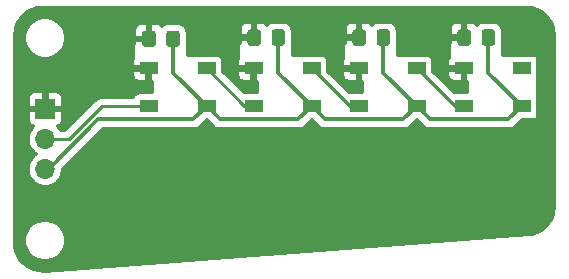
<source format=gtl>
G04 #@! TF.GenerationSoftware,KiCad,Pcbnew,(5.1.6)-1*
G04 #@! TF.CreationDate,2020-07-25T12:59:16+03:00*
G04 #@! TF.ProjectId,ergo33_led_board,6572676f-3333-45f6-9c65-645f626f6172,rev?*
G04 #@! TF.SameCoordinates,Original*
G04 #@! TF.FileFunction,Copper,L1,Top*
G04 #@! TF.FilePolarity,Positive*
%FSLAX46Y46*%
G04 Gerber Fmt 4.6, Leading zero omitted, Abs format (unit mm)*
G04 Created by KiCad (PCBNEW (5.1.6)-1) date 2020-07-25 12:59:16*
%MOMM*%
%LPD*%
G01*
G04 APERTURE LIST*
G04 #@! TA.AperFunction,SMDPad,CuDef*
%ADD10R,1.500000X1.000000*%
G04 #@! TD*
G04 #@! TA.AperFunction,ComponentPad*
%ADD11O,1.700000X1.700000*%
G04 #@! TD*
G04 #@! TA.AperFunction,ComponentPad*
%ADD12R,1.700000X1.700000*%
G04 #@! TD*
G04 #@! TA.AperFunction,Conductor*
%ADD13C,0.250000*%
G04 #@! TD*
G04 #@! TA.AperFunction,Conductor*
%ADD14C,0.375000*%
G04 #@! TD*
G04 #@! TA.AperFunction,Conductor*
%ADD15C,0.300000*%
G04 #@! TD*
G04 APERTURE END LIST*
D10*
X131760000Y-93670000D03*
X131760000Y-96870000D03*
X136660000Y-93670000D03*
X136660000Y-96870000D03*
X145550000Y-96870000D03*
X145550000Y-93670000D03*
X140650000Y-96870000D03*
X140650000Y-93670000D03*
X154450000Y-96870000D03*
X154450000Y-93670000D03*
X149550000Y-96870000D03*
X149550000Y-93670000D03*
X163350000Y-96870000D03*
X163350000Y-93670000D03*
X158450000Y-96870000D03*
X158450000Y-93670000D03*
D11*
X123010000Y-102200000D03*
X123010000Y-99660000D03*
D12*
X123010000Y-97120000D03*
G04 #@! TA.AperFunction,SMDPad,CuDef*
G36*
G01*
X159050000Y-90619999D02*
X159050000Y-91520001D01*
G75*
G02*
X158800001Y-91770000I-249999J0D01*
G01*
X158149999Y-91770000D01*
G75*
G02*
X157900000Y-91520001I0J249999D01*
G01*
X157900000Y-90619999D01*
G75*
G02*
X158149999Y-90370000I249999J0D01*
G01*
X158800001Y-90370000D01*
G75*
G02*
X159050000Y-90619999I0J-249999D01*
G01*
G37*
G04 #@! TD.AperFunction*
G04 #@! TA.AperFunction,SMDPad,CuDef*
G36*
G01*
X161100000Y-90619999D02*
X161100000Y-91520001D01*
G75*
G02*
X160850001Y-91770000I-249999J0D01*
G01*
X160199999Y-91770000D01*
G75*
G02*
X159950000Y-91520001I0J249999D01*
G01*
X159950000Y-90619999D01*
G75*
G02*
X160199999Y-90370000I249999J0D01*
G01*
X160850001Y-90370000D01*
G75*
G02*
X161100000Y-90619999I0J-249999D01*
G01*
G37*
G04 #@! TD.AperFunction*
G04 #@! TA.AperFunction,SMDPad,CuDef*
G36*
G01*
X150150000Y-90619999D02*
X150150000Y-91520001D01*
G75*
G02*
X149900001Y-91770000I-249999J0D01*
G01*
X149249999Y-91770000D01*
G75*
G02*
X149000000Y-91520001I0J249999D01*
G01*
X149000000Y-90619999D01*
G75*
G02*
X149249999Y-90370000I249999J0D01*
G01*
X149900001Y-90370000D01*
G75*
G02*
X150150000Y-90619999I0J-249999D01*
G01*
G37*
G04 #@! TD.AperFunction*
G04 #@! TA.AperFunction,SMDPad,CuDef*
G36*
G01*
X152200000Y-90619999D02*
X152200000Y-91520001D01*
G75*
G02*
X151950001Y-91770000I-249999J0D01*
G01*
X151299999Y-91770000D01*
G75*
G02*
X151050000Y-91520001I0J249999D01*
G01*
X151050000Y-90619999D01*
G75*
G02*
X151299999Y-90370000I249999J0D01*
G01*
X151950001Y-90370000D01*
G75*
G02*
X152200000Y-90619999I0J-249999D01*
G01*
G37*
G04 #@! TD.AperFunction*
G04 #@! TA.AperFunction,SMDPad,CuDef*
G36*
G01*
X141260000Y-90619999D02*
X141260000Y-91520001D01*
G75*
G02*
X141010001Y-91770000I-249999J0D01*
G01*
X140359999Y-91770000D01*
G75*
G02*
X140110000Y-91520001I0J249999D01*
G01*
X140110000Y-90619999D01*
G75*
G02*
X140359999Y-90370000I249999J0D01*
G01*
X141010001Y-90370000D01*
G75*
G02*
X141260000Y-90619999I0J-249999D01*
G01*
G37*
G04 #@! TD.AperFunction*
G04 #@! TA.AperFunction,SMDPad,CuDef*
G36*
G01*
X143310000Y-90619999D02*
X143310000Y-91520001D01*
G75*
G02*
X143060001Y-91770000I-249999J0D01*
G01*
X142409999Y-91770000D01*
G75*
G02*
X142160000Y-91520001I0J249999D01*
G01*
X142160000Y-90619999D01*
G75*
G02*
X142409999Y-90370000I249999J0D01*
G01*
X143060001Y-90370000D01*
G75*
G02*
X143310000Y-90619999I0J-249999D01*
G01*
G37*
G04 #@! TD.AperFunction*
G04 #@! TA.AperFunction,SMDPad,CuDef*
G36*
G01*
X134400000Y-90719999D02*
X134400000Y-91620001D01*
G75*
G02*
X134150001Y-91870000I-249999J0D01*
G01*
X133499999Y-91870000D01*
G75*
G02*
X133250000Y-91620001I0J249999D01*
G01*
X133250000Y-90719999D01*
G75*
G02*
X133499999Y-90470000I249999J0D01*
G01*
X134150001Y-90470000D01*
G75*
G02*
X134400000Y-90719999I0J-249999D01*
G01*
G37*
G04 #@! TD.AperFunction*
G04 #@! TA.AperFunction,SMDPad,CuDef*
G36*
G01*
X132350000Y-90719999D02*
X132350000Y-91620001D01*
G75*
G02*
X132100001Y-91870000I-249999J0D01*
G01*
X131449999Y-91870000D01*
G75*
G02*
X131200000Y-91620001I0J249999D01*
G01*
X131200000Y-90719999D01*
G75*
G02*
X131449999Y-90470000I249999J0D01*
G01*
X132100001Y-90470000D01*
G75*
G02*
X132350000Y-90719999I0J-249999D01*
G01*
G37*
G04 #@! TD.AperFunction*
D13*
X123010000Y-99660000D02*
X125040000Y-99660000D01*
X127830000Y-96870000D02*
X131760000Y-96870000D01*
X125040000Y-99660000D02*
X127830000Y-96870000D01*
X136660000Y-93670000D02*
X136670000Y-93670000D01*
X139870000Y-96870000D02*
X140650000Y-96870000D01*
X136670000Y-93670000D02*
X139870000Y-96870000D01*
X145550000Y-93670000D02*
X145570000Y-93670000D01*
X148770000Y-96870000D02*
X149550000Y-96870000D01*
X145570000Y-93670000D02*
X148770000Y-96870000D01*
X154450000Y-93670000D02*
X154470000Y-93670000D01*
X157670000Y-96870000D02*
X158450000Y-96870000D01*
X154470000Y-93670000D02*
X157670000Y-96870000D01*
D14*
X123010000Y-102200000D02*
X123040000Y-102200000D01*
X136660000Y-96870000D02*
X136660000Y-96920000D01*
X145560000Y-96870000D02*
X145560000Y-96920000D01*
X154460000Y-96870000D02*
X154460000Y-96920000D01*
X123040000Y-102200000D02*
X123310000Y-102470000D01*
X145560000Y-96870000D02*
X145610000Y-96870000D01*
X154460000Y-96870000D02*
X154510000Y-96870000D01*
X133825000Y-94035000D02*
X136660000Y-96870000D01*
X133825000Y-91170000D02*
X133825000Y-94035000D01*
X142735000Y-94055000D02*
X145550000Y-96870000D01*
X142735000Y-91070000D02*
X142735000Y-94055000D01*
X151625000Y-94045000D02*
X154450000Y-96870000D01*
X151625000Y-91070000D02*
X151625000Y-94045000D01*
X160525000Y-94045000D02*
X163350000Y-96870000D01*
X160525000Y-91070000D02*
X160525000Y-94045000D01*
X135530000Y-98000000D02*
X136660000Y-96870000D01*
X127500000Y-98000000D02*
X135530000Y-98000000D01*
X123010000Y-102200000D02*
X123300000Y-102200000D01*
X123300000Y-102200000D02*
X127500000Y-98000000D01*
X136660000Y-96870000D02*
X136670000Y-96870000D01*
X136670000Y-96870000D02*
X137800000Y-98000000D01*
X144420000Y-98000000D02*
X145550000Y-96870000D01*
X137800000Y-98000000D02*
X144420000Y-98000000D01*
X145550000Y-96870000D02*
X145570000Y-96870000D01*
X145570000Y-96870000D02*
X146700000Y-98000000D01*
X153320000Y-98000000D02*
X154450000Y-96870000D01*
X146700000Y-98000000D02*
X153320000Y-98000000D01*
X154450000Y-96870000D02*
X154470000Y-96870000D01*
X154470000Y-96870000D02*
X155600000Y-98000000D01*
X162220000Y-98000000D02*
X163350000Y-96870000D01*
X155600000Y-98000000D02*
X162220000Y-98000000D01*
X140660000Y-91095000D02*
X140685000Y-91070000D01*
X149560000Y-91095000D02*
X149585000Y-91070000D01*
X158460000Y-91095000D02*
X158485000Y-91070000D01*
X131760000Y-91195000D02*
X131785000Y-91170000D01*
X123010000Y-97120000D02*
X123060000Y-97120000D01*
D15*
G36*
X164244763Y-88598302D02*
G01*
X164662976Y-88724568D01*
X165048689Y-88929656D01*
X165387229Y-89205761D01*
X165665689Y-89542362D01*
X165873465Y-89926635D01*
X166002647Y-90343954D01*
X166052001Y-90813527D01*
X166051999Y-105432626D01*
X166005737Y-105904443D01*
X165879473Y-106322649D01*
X165674384Y-106708366D01*
X165398276Y-107046907D01*
X165061676Y-107325366D01*
X164677403Y-107533141D01*
X164247662Y-107666169D01*
X163954006Y-107707177D01*
X122915078Y-110792909D01*
X122441088Y-110782153D01*
X122014595Y-110687602D01*
X121614585Y-110512009D01*
X121256296Y-110262064D01*
X120953385Y-109947293D01*
X120717377Y-109579671D01*
X120557272Y-109173221D01*
X120475290Y-108722102D01*
X120468000Y-108544465D01*
X120468000Y-108076852D01*
X121242000Y-108076852D01*
X121242000Y-108423148D01*
X121309559Y-108762790D01*
X121442081Y-109082725D01*
X121634472Y-109370660D01*
X121879340Y-109615528D01*
X122167275Y-109807919D01*
X122487210Y-109940441D01*
X122826852Y-110008000D01*
X123173148Y-110008000D01*
X123512790Y-109940441D01*
X123832725Y-109807919D01*
X124120660Y-109615528D01*
X124365528Y-109370660D01*
X124557919Y-109082725D01*
X124690441Y-108762790D01*
X124758000Y-108423148D01*
X124758000Y-108076852D01*
X124690441Y-107737210D01*
X124557919Y-107417275D01*
X124365528Y-107129340D01*
X124120660Y-106884472D01*
X123832725Y-106692081D01*
X123512790Y-106559559D01*
X123173148Y-106492000D01*
X122826852Y-106492000D01*
X122487210Y-106559559D01*
X122167275Y-106692081D01*
X121879340Y-106884472D01*
X121634472Y-107129340D01*
X121442081Y-107417275D01*
X121309559Y-107737210D01*
X121242000Y-108076852D01*
X120468000Y-108076852D01*
X120468000Y-97970000D01*
X121498816Y-97970000D01*
X121511520Y-98098991D01*
X121549146Y-98223024D01*
X121610246Y-98337334D01*
X121692472Y-98437528D01*
X121792666Y-98519754D01*
X121906976Y-98580854D01*
X121944983Y-98592383D01*
X121838660Y-98698706D01*
X121673627Y-98945694D01*
X121559951Y-99220132D01*
X121502000Y-99511475D01*
X121502000Y-99808525D01*
X121559951Y-100099868D01*
X121673627Y-100374306D01*
X121838660Y-100621294D01*
X122048706Y-100831340D01*
X122196360Y-100930000D01*
X122048706Y-101028660D01*
X121838660Y-101238706D01*
X121673627Y-101485694D01*
X121559951Y-101760132D01*
X121502000Y-102051475D01*
X121502000Y-102348525D01*
X121559951Y-102639868D01*
X121673627Y-102914306D01*
X121838660Y-103161294D01*
X122048706Y-103371340D01*
X122295694Y-103536373D01*
X122570132Y-103650049D01*
X122861475Y-103708000D01*
X123158525Y-103708000D01*
X123449868Y-103650049D01*
X123724306Y-103536373D01*
X123971294Y-103371340D01*
X124181340Y-103161294D01*
X124346373Y-102914306D01*
X124460049Y-102639868D01*
X124518000Y-102348525D01*
X124518000Y-102177717D01*
X127850218Y-98845500D01*
X135488467Y-98845500D01*
X135530000Y-98849591D01*
X135571533Y-98845500D01*
X135571536Y-98845500D01*
X135695747Y-98833266D01*
X135855124Y-98784920D01*
X136002007Y-98706409D01*
X136130752Y-98600752D01*
X136157235Y-98568482D01*
X136665000Y-98060717D01*
X137172765Y-98568482D01*
X137199248Y-98600752D01*
X137327993Y-98706409D01*
X137474876Y-98784920D01*
X137634253Y-98833266D01*
X137758464Y-98845500D01*
X137758466Y-98845500D01*
X137799999Y-98849591D01*
X137841532Y-98845500D01*
X144378467Y-98845500D01*
X144420000Y-98849591D01*
X144461533Y-98845500D01*
X144461536Y-98845500D01*
X144585747Y-98833266D01*
X144745124Y-98784920D01*
X144892007Y-98706409D01*
X145020752Y-98600752D01*
X145047235Y-98568482D01*
X145560000Y-98055717D01*
X146072765Y-98568482D01*
X146099248Y-98600752D01*
X146227993Y-98706409D01*
X146374876Y-98784920D01*
X146534253Y-98833266D01*
X146658464Y-98845500D01*
X146658466Y-98845500D01*
X146699999Y-98849591D01*
X146741532Y-98845500D01*
X153278467Y-98845500D01*
X153320000Y-98849591D01*
X153361533Y-98845500D01*
X153361536Y-98845500D01*
X153485747Y-98833266D01*
X153645124Y-98784920D01*
X153792007Y-98706409D01*
X153920752Y-98600752D01*
X153947235Y-98568482D01*
X154460000Y-98055717D01*
X154972765Y-98568482D01*
X154999248Y-98600752D01*
X155127993Y-98706409D01*
X155274876Y-98784920D01*
X155434253Y-98833266D01*
X155558464Y-98845500D01*
X155558466Y-98845500D01*
X155599999Y-98849591D01*
X155641532Y-98845500D01*
X162178467Y-98845500D01*
X162220000Y-98849591D01*
X162261533Y-98845500D01*
X162261536Y-98845500D01*
X162385747Y-98833266D01*
X162545124Y-98784920D01*
X162692007Y-98706409D01*
X162820752Y-98600752D01*
X162847235Y-98568482D01*
X163365717Y-98050000D01*
X164600000Y-98050000D01*
X164629264Y-98047118D01*
X164657403Y-98038582D01*
X164683336Y-98024720D01*
X164706066Y-98006066D01*
X164724720Y-97983336D01*
X164738582Y-97957403D01*
X164747118Y-97929264D01*
X164750000Y-97900000D01*
X164750000Y-97483547D01*
X164761183Y-97370000D01*
X164761183Y-96370000D01*
X164750000Y-96256453D01*
X164750000Y-94283547D01*
X164761183Y-94170000D01*
X164761183Y-93170000D01*
X164750000Y-93056453D01*
X164750000Y-92700000D01*
X164747118Y-92670736D01*
X164738582Y-92642597D01*
X164724720Y-92616664D01*
X164706066Y-92593934D01*
X164683336Y-92575280D01*
X164657403Y-92561418D01*
X164629264Y-92552882D01*
X164600000Y-92550000D01*
X164322871Y-92550000D01*
X164228990Y-92521521D01*
X164100000Y-92508817D01*
X162600000Y-92508817D01*
X162471010Y-92521521D01*
X162377129Y-92550000D01*
X161750000Y-92550000D01*
X161750000Y-91700000D01*
X161747118Y-91670736D01*
X161746528Y-91668792D01*
X161761183Y-91520001D01*
X161761183Y-90619999D01*
X161743675Y-90442236D01*
X161691823Y-90271305D01*
X161607621Y-90113773D01*
X161494304Y-89975696D01*
X161356227Y-89862379D01*
X161198695Y-89778177D01*
X161027764Y-89726325D01*
X160850001Y-89708817D01*
X160199999Y-89708817D01*
X160022236Y-89726325D01*
X159851305Y-89778177D01*
X159693773Y-89862379D01*
X159568797Y-89964944D01*
X159517528Y-89902472D01*
X159417334Y-89820246D01*
X159303024Y-89759146D01*
X159178991Y-89721520D01*
X159050000Y-89708816D01*
X158743500Y-89712000D01*
X158579000Y-89876500D01*
X158579000Y-90966000D01*
X158599000Y-90966000D01*
X158599000Y-91174000D01*
X158579000Y-91174000D01*
X158579000Y-91194000D01*
X158371000Y-91194000D01*
X158371000Y-91174000D01*
X157406500Y-91174000D01*
X157242000Y-91338500D01*
X157240346Y-91562621D01*
X157216664Y-91575280D01*
X157193934Y-91593934D01*
X157175280Y-91616664D01*
X157161418Y-91642597D01*
X157152882Y-91670736D01*
X157150000Y-91700000D01*
X157150000Y-92803126D01*
X157089146Y-92916976D01*
X157051520Y-93041009D01*
X157038816Y-93170000D01*
X157042000Y-93401500D01*
X157206500Y-93566000D01*
X158346000Y-93566000D01*
X158346000Y-93546000D01*
X158554000Y-93546000D01*
X158554000Y-93566000D01*
X158574000Y-93566000D01*
X158574000Y-93774000D01*
X158554000Y-93774000D01*
X158554000Y-94663500D01*
X158718500Y-94828000D01*
X158750000Y-94828208D01*
X158750000Y-95708817D01*
X157700000Y-95708817D01*
X157623664Y-95716335D01*
X156077329Y-94170000D01*
X157038816Y-94170000D01*
X157051520Y-94298991D01*
X157089146Y-94423024D01*
X157150246Y-94537334D01*
X157232472Y-94637528D01*
X157332666Y-94719754D01*
X157446976Y-94780854D01*
X157571009Y-94818480D01*
X157700000Y-94831184D01*
X158181500Y-94828000D01*
X158346000Y-94663500D01*
X158346000Y-93774000D01*
X157206500Y-93774000D01*
X157042000Y-93938500D01*
X157038816Y-94170000D01*
X156077329Y-94170000D01*
X155861183Y-93953855D01*
X155861183Y-93170000D01*
X155848479Y-93041010D01*
X155810853Y-92916976D01*
X155749754Y-92802666D01*
X155667527Y-92702473D01*
X155567334Y-92620246D01*
X155453024Y-92559147D01*
X155328990Y-92521521D01*
X155200000Y-92508817D01*
X153700000Y-92508817D01*
X153571010Y-92521521D01*
X153477129Y-92550000D01*
X152850000Y-92550000D01*
X152850000Y-91700000D01*
X152847118Y-91670736D01*
X152846528Y-91668792D01*
X152861183Y-91520001D01*
X152861183Y-90619999D01*
X152843675Y-90442236D01*
X152821763Y-90370000D01*
X157238816Y-90370000D01*
X157242000Y-90801500D01*
X157406500Y-90966000D01*
X158371000Y-90966000D01*
X158371000Y-89876500D01*
X158206500Y-89712000D01*
X157900000Y-89708816D01*
X157771009Y-89721520D01*
X157646976Y-89759146D01*
X157532666Y-89820246D01*
X157432472Y-89902472D01*
X157350246Y-90002666D01*
X157289146Y-90116976D01*
X157251520Y-90241009D01*
X157238816Y-90370000D01*
X152821763Y-90370000D01*
X152791823Y-90271305D01*
X152707621Y-90113773D01*
X152594304Y-89975696D01*
X152456227Y-89862379D01*
X152298695Y-89778177D01*
X152127764Y-89726325D01*
X151950001Y-89708817D01*
X151299999Y-89708817D01*
X151122236Y-89726325D01*
X150951305Y-89778177D01*
X150793773Y-89862379D01*
X150668797Y-89964944D01*
X150617528Y-89902472D01*
X150517334Y-89820246D01*
X150403024Y-89759146D01*
X150278991Y-89721520D01*
X150150000Y-89708816D01*
X149843500Y-89712000D01*
X149679000Y-89876500D01*
X149679000Y-90966000D01*
X149699000Y-90966000D01*
X149699000Y-91174000D01*
X149679000Y-91174000D01*
X149679000Y-91194000D01*
X149471000Y-91194000D01*
X149471000Y-91174000D01*
X148506500Y-91174000D01*
X148342000Y-91338500D01*
X148340346Y-91562621D01*
X148316664Y-91575280D01*
X148293934Y-91593934D01*
X148275280Y-91616664D01*
X148261418Y-91642597D01*
X148252882Y-91670736D01*
X148250000Y-91700000D01*
X148250000Y-92803126D01*
X148189146Y-92916976D01*
X148151520Y-93041009D01*
X148138816Y-93170000D01*
X148142000Y-93401500D01*
X148306500Y-93566000D01*
X149446000Y-93566000D01*
X149446000Y-93546000D01*
X149654000Y-93546000D01*
X149654000Y-93566000D01*
X149674000Y-93566000D01*
X149674000Y-93774000D01*
X149654000Y-93774000D01*
X149654000Y-94663500D01*
X149818500Y-94828000D01*
X149850000Y-94828208D01*
X149850000Y-95708817D01*
X148800000Y-95708817D01*
X148723664Y-95716335D01*
X147177329Y-94170000D01*
X148138816Y-94170000D01*
X148151520Y-94298991D01*
X148189146Y-94423024D01*
X148250246Y-94537334D01*
X148332472Y-94637528D01*
X148432666Y-94719754D01*
X148546976Y-94780854D01*
X148671009Y-94818480D01*
X148800000Y-94831184D01*
X149281500Y-94828000D01*
X149446000Y-94663500D01*
X149446000Y-93774000D01*
X148306500Y-93774000D01*
X148142000Y-93938500D01*
X148138816Y-94170000D01*
X147177329Y-94170000D01*
X146961183Y-93953855D01*
X146961183Y-93170000D01*
X146948479Y-93041010D01*
X146910853Y-92916976D01*
X146849754Y-92802666D01*
X146767527Y-92702473D01*
X146667334Y-92620246D01*
X146553024Y-92559147D01*
X146428990Y-92521521D01*
X146300000Y-92508817D01*
X144800000Y-92508817D01*
X144671010Y-92521521D01*
X144577129Y-92550000D01*
X143950000Y-92550000D01*
X143950000Y-91709879D01*
X143953675Y-91697764D01*
X143971183Y-91520001D01*
X143971183Y-90619999D01*
X143953675Y-90442236D01*
X143931763Y-90370000D01*
X148338816Y-90370000D01*
X148342000Y-90801500D01*
X148506500Y-90966000D01*
X149471000Y-90966000D01*
X149471000Y-89876500D01*
X149306500Y-89712000D01*
X149000000Y-89708816D01*
X148871009Y-89721520D01*
X148746976Y-89759146D01*
X148632666Y-89820246D01*
X148532472Y-89902472D01*
X148450246Y-90002666D01*
X148389146Y-90116976D01*
X148351520Y-90241009D01*
X148338816Y-90370000D01*
X143931763Y-90370000D01*
X143901823Y-90271305D01*
X143817621Y-90113773D01*
X143704304Y-89975696D01*
X143566227Y-89862379D01*
X143408695Y-89778177D01*
X143237764Y-89726325D01*
X143060001Y-89708817D01*
X142409999Y-89708817D01*
X142232236Y-89726325D01*
X142061305Y-89778177D01*
X141903773Y-89862379D01*
X141778797Y-89964944D01*
X141727528Y-89902472D01*
X141627334Y-89820246D01*
X141513024Y-89759146D01*
X141388991Y-89721520D01*
X141260000Y-89708816D01*
X140953500Y-89712000D01*
X140789000Y-89876500D01*
X140789000Y-90966000D01*
X140809000Y-90966000D01*
X140809000Y-91174000D01*
X140789000Y-91174000D01*
X140789000Y-91194000D01*
X140581000Y-91194000D01*
X140581000Y-91174000D01*
X139616500Y-91174000D01*
X139452000Y-91338500D01*
X139450373Y-91559059D01*
X139442597Y-91561418D01*
X139416664Y-91575280D01*
X139393934Y-91593934D01*
X139375280Y-91616664D01*
X139361418Y-91642597D01*
X139352882Y-91670736D01*
X139350000Y-91700000D01*
X139350000Y-92803126D01*
X139289146Y-92916976D01*
X139251520Y-93041009D01*
X139238816Y-93170000D01*
X139242000Y-93401500D01*
X139406500Y-93566000D01*
X140546000Y-93566000D01*
X140546000Y-93546000D01*
X140754000Y-93546000D01*
X140754000Y-93566000D01*
X140774000Y-93566000D01*
X140774000Y-93774000D01*
X140754000Y-93774000D01*
X140754000Y-94663500D01*
X140918500Y-94828000D01*
X140950000Y-94828208D01*
X140950000Y-95708817D01*
X139900000Y-95708817D01*
X139823664Y-95716335D01*
X138277329Y-94170000D01*
X139238816Y-94170000D01*
X139251520Y-94298991D01*
X139289146Y-94423024D01*
X139350246Y-94537334D01*
X139432472Y-94637528D01*
X139532666Y-94719754D01*
X139646976Y-94780854D01*
X139771009Y-94818480D01*
X139900000Y-94831184D01*
X140381500Y-94828000D01*
X140546000Y-94663500D01*
X140546000Y-93774000D01*
X139406500Y-93774000D01*
X139242000Y-93938500D01*
X139238816Y-94170000D01*
X138277329Y-94170000D01*
X138071183Y-93963855D01*
X138071183Y-93170000D01*
X138058479Y-93041010D01*
X138020853Y-92916976D01*
X137959754Y-92802666D01*
X137877527Y-92702473D01*
X137777334Y-92620246D01*
X137663024Y-92559147D01*
X137538990Y-92521521D01*
X137410000Y-92508817D01*
X135910000Y-92508817D01*
X135781010Y-92521521D01*
X135687129Y-92550000D01*
X135050000Y-92550000D01*
X135050000Y-91733545D01*
X135061183Y-91620001D01*
X135061183Y-90719999D01*
X135043675Y-90542236D01*
X134991823Y-90371305D01*
X134991126Y-90370000D01*
X139448816Y-90370000D01*
X139452000Y-90801500D01*
X139616500Y-90966000D01*
X140581000Y-90966000D01*
X140581000Y-89876500D01*
X140416500Y-89712000D01*
X140110000Y-89708816D01*
X139981009Y-89721520D01*
X139856976Y-89759146D01*
X139742666Y-89820246D01*
X139642472Y-89902472D01*
X139560246Y-90002666D01*
X139499146Y-90116976D01*
X139461520Y-90241009D01*
X139448816Y-90370000D01*
X134991126Y-90370000D01*
X134907621Y-90213773D01*
X134794304Y-90075696D01*
X134656227Y-89962379D01*
X134498695Y-89878177D01*
X134327764Y-89826325D01*
X134150001Y-89808817D01*
X133499999Y-89808817D01*
X133322236Y-89826325D01*
X133151305Y-89878177D01*
X132993773Y-89962379D01*
X132868797Y-90064944D01*
X132817528Y-90002472D01*
X132717334Y-89920246D01*
X132603024Y-89859146D01*
X132478991Y-89821520D01*
X132350000Y-89808816D01*
X132043500Y-89812000D01*
X131879000Y-89976500D01*
X131879000Y-91066000D01*
X131899000Y-91066000D01*
X131899000Y-91274000D01*
X131879000Y-91274000D01*
X131879000Y-91294000D01*
X131671000Y-91294000D01*
X131671000Y-91274000D01*
X130706500Y-91274000D01*
X130542000Y-91438500D01*
X130541087Y-91562225D01*
X130516664Y-91575280D01*
X130493934Y-91593934D01*
X130475280Y-91616664D01*
X130461418Y-91642597D01*
X130452882Y-91670736D01*
X130450000Y-91700000D01*
X130450000Y-92821835D01*
X130399146Y-92916976D01*
X130361520Y-93041009D01*
X130348816Y-93170000D01*
X130352000Y-93401500D01*
X130516500Y-93566000D01*
X131656000Y-93566000D01*
X131656000Y-93546000D01*
X131864000Y-93546000D01*
X131864000Y-93566000D01*
X131884000Y-93566000D01*
X131884000Y-93774000D01*
X131864000Y-93774000D01*
X131864000Y-94663500D01*
X132028500Y-94828000D01*
X132050000Y-94828142D01*
X132050000Y-95708817D01*
X131010000Y-95708817D01*
X130881010Y-95721521D01*
X130756976Y-95759147D01*
X130642666Y-95820246D01*
X130542473Y-95902473D01*
X130460246Y-96002666D01*
X130415169Y-96087000D01*
X127868450Y-96087000D01*
X127830000Y-96083213D01*
X127791550Y-96087000D01*
X127791540Y-96087000D01*
X127676505Y-96098330D01*
X127535812Y-96141009D01*
X127528909Y-96143103D01*
X127392884Y-96215810D01*
X127303530Y-96289140D01*
X127303525Y-96289145D01*
X127273657Y-96313657D01*
X127249145Y-96343525D01*
X124715672Y-98877000D01*
X124300473Y-98877000D01*
X124181340Y-98698706D01*
X124075017Y-98592383D01*
X124113024Y-98580854D01*
X124227334Y-98519754D01*
X124327528Y-98437528D01*
X124409754Y-98337334D01*
X124470854Y-98223024D01*
X124508480Y-98098991D01*
X124521184Y-97970000D01*
X124518000Y-97388500D01*
X124353500Y-97224000D01*
X123114000Y-97224000D01*
X123114000Y-97244000D01*
X122906000Y-97244000D01*
X122906000Y-97224000D01*
X121666500Y-97224000D01*
X121502000Y-97388500D01*
X121498816Y-97970000D01*
X120468000Y-97970000D01*
X120468000Y-96270000D01*
X121498816Y-96270000D01*
X121502000Y-96851500D01*
X121666500Y-97016000D01*
X122906000Y-97016000D01*
X122906000Y-95776500D01*
X123114000Y-95776500D01*
X123114000Y-97016000D01*
X124353500Y-97016000D01*
X124518000Y-96851500D01*
X124521184Y-96270000D01*
X124508480Y-96141009D01*
X124470854Y-96016976D01*
X124409754Y-95902666D01*
X124327528Y-95802472D01*
X124227334Y-95720246D01*
X124113024Y-95659146D01*
X123988991Y-95621520D01*
X123860000Y-95608816D01*
X123278500Y-95612000D01*
X123114000Y-95776500D01*
X122906000Y-95776500D01*
X122741500Y-95612000D01*
X122160000Y-95608816D01*
X122031009Y-95621520D01*
X121906976Y-95659146D01*
X121792666Y-95720246D01*
X121692472Y-95802472D01*
X121610246Y-95902666D01*
X121549146Y-96016976D01*
X121511520Y-96141009D01*
X121498816Y-96270000D01*
X120468000Y-96270000D01*
X120468000Y-94170000D01*
X130348816Y-94170000D01*
X130361520Y-94298991D01*
X130399146Y-94423024D01*
X130460246Y-94537334D01*
X130542472Y-94637528D01*
X130642666Y-94719754D01*
X130756976Y-94780854D01*
X130881009Y-94818480D01*
X131010000Y-94831184D01*
X131491500Y-94828000D01*
X131656000Y-94663500D01*
X131656000Y-93774000D01*
X130516500Y-93774000D01*
X130352000Y-93938500D01*
X130348816Y-94170000D01*
X120468000Y-94170000D01*
X120468000Y-90926852D01*
X121242000Y-90926852D01*
X121242000Y-91273148D01*
X121309559Y-91612790D01*
X121442081Y-91932725D01*
X121634472Y-92220660D01*
X121879340Y-92465528D01*
X122167275Y-92657919D01*
X122487210Y-92790441D01*
X122826852Y-92858000D01*
X123173148Y-92858000D01*
X123512790Y-92790441D01*
X123832725Y-92657919D01*
X124120660Y-92465528D01*
X124365528Y-92220660D01*
X124557919Y-91932725D01*
X124690441Y-91612790D01*
X124758000Y-91273148D01*
X124758000Y-90926852D01*
X124690441Y-90587210D01*
X124641891Y-90470000D01*
X130538816Y-90470000D01*
X130542000Y-90901500D01*
X130706500Y-91066000D01*
X131671000Y-91066000D01*
X131671000Y-89976500D01*
X131506500Y-89812000D01*
X131200000Y-89808816D01*
X131071009Y-89821520D01*
X130946976Y-89859146D01*
X130832666Y-89920246D01*
X130732472Y-90002472D01*
X130650246Y-90102666D01*
X130589146Y-90216976D01*
X130551520Y-90341009D01*
X130538816Y-90470000D01*
X124641891Y-90470000D01*
X124557919Y-90267275D01*
X124365528Y-89979340D01*
X124120660Y-89734472D01*
X123832725Y-89542081D01*
X123512790Y-89409559D01*
X123173148Y-89342000D01*
X122826852Y-89342000D01*
X122487210Y-89409559D01*
X122167275Y-89542081D01*
X121879340Y-89734472D01*
X121634472Y-89979340D01*
X121442081Y-90267275D01*
X121309559Y-90587210D01*
X121242000Y-90926852D01*
X120468000Y-90926852D01*
X120468000Y-90831098D01*
X120514263Y-90359272D01*
X120640527Y-89941067D01*
X120845616Y-89555348D01*
X121121720Y-89216812D01*
X121458323Y-88938349D01*
X121842595Y-88730574D01*
X122259914Y-88601392D01*
X122729478Y-88552039D01*
X163772931Y-88552039D01*
X164244763Y-88598302D01*
G37*
X164244763Y-88598302D02*
X164662976Y-88724568D01*
X165048689Y-88929656D01*
X165387229Y-89205761D01*
X165665689Y-89542362D01*
X165873465Y-89926635D01*
X166002647Y-90343954D01*
X166052001Y-90813527D01*
X166051999Y-105432626D01*
X166005737Y-105904443D01*
X165879473Y-106322649D01*
X165674384Y-106708366D01*
X165398276Y-107046907D01*
X165061676Y-107325366D01*
X164677403Y-107533141D01*
X164247662Y-107666169D01*
X163954006Y-107707177D01*
X122915078Y-110792909D01*
X122441088Y-110782153D01*
X122014595Y-110687602D01*
X121614585Y-110512009D01*
X121256296Y-110262064D01*
X120953385Y-109947293D01*
X120717377Y-109579671D01*
X120557272Y-109173221D01*
X120475290Y-108722102D01*
X120468000Y-108544465D01*
X120468000Y-108076852D01*
X121242000Y-108076852D01*
X121242000Y-108423148D01*
X121309559Y-108762790D01*
X121442081Y-109082725D01*
X121634472Y-109370660D01*
X121879340Y-109615528D01*
X122167275Y-109807919D01*
X122487210Y-109940441D01*
X122826852Y-110008000D01*
X123173148Y-110008000D01*
X123512790Y-109940441D01*
X123832725Y-109807919D01*
X124120660Y-109615528D01*
X124365528Y-109370660D01*
X124557919Y-109082725D01*
X124690441Y-108762790D01*
X124758000Y-108423148D01*
X124758000Y-108076852D01*
X124690441Y-107737210D01*
X124557919Y-107417275D01*
X124365528Y-107129340D01*
X124120660Y-106884472D01*
X123832725Y-106692081D01*
X123512790Y-106559559D01*
X123173148Y-106492000D01*
X122826852Y-106492000D01*
X122487210Y-106559559D01*
X122167275Y-106692081D01*
X121879340Y-106884472D01*
X121634472Y-107129340D01*
X121442081Y-107417275D01*
X121309559Y-107737210D01*
X121242000Y-108076852D01*
X120468000Y-108076852D01*
X120468000Y-97970000D01*
X121498816Y-97970000D01*
X121511520Y-98098991D01*
X121549146Y-98223024D01*
X121610246Y-98337334D01*
X121692472Y-98437528D01*
X121792666Y-98519754D01*
X121906976Y-98580854D01*
X121944983Y-98592383D01*
X121838660Y-98698706D01*
X121673627Y-98945694D01*
X121559951Y-99220132D01*
X121502000Y-99511475D01*
X121502000Y-99808525D01*
X121559951Y-100099868D01*
X121673627Y-100374306D01*
X121838660Y-100621294D01*
X122048706Y-100831340D01*
X122196360Y-100930000D01*
X122048706Y-101028660D01*
X121838660Y-101238706D01*
X121673627Y-101485694D01*
X121559951Y-101760132D01*
X121502000Y-102051475D01*
X121502000Y-102348525D01*
X121559951Y-102639868D01*
X121673627Y-102914306D01*
X121838660Y-103161294D01*
X122048706Y-103371340D01*
X122295694Y-103536373D01*
X122570132Y-103650049D01*
X122861475Y-103708000D01*
X123158525Y-103708000D01*
X123449868Y-103650049D01*
X123724306Y-103536373D01*
X123971294Y-103371340D01*
X124181340Y-103161294D01*
X124346373Y-102914306D01*
X124460049Y-102639868D01*
X124518000Y-102348525D01*
X124518000Y-102177717D01*
X127850218Y-98845500D01*
X135488467Y-98845500D01*
X135530000Y-98849591D01*
X135571533Y-98845500D01*
X135571536Y-98845500D01*
X135695747Y-98833266D01*
X135855124Y-98784920D01*
X136002007Y-98706409D01*
X136130752Y-98600752D01*
X136157235Y-98568482D01*
X136665000Y-98060717D01*
X137172765Y-98568482D01*
X137199248Y-98600752D01*
X137327993Y-98706409D01*
X137474876Y-98784920D01*
X137634253Y-98833266D01*
X137758464Y-98845500D01*
X137758466Y-98845500D01*
X137799999Y-98849591D01*
X137841532Y-98845500D01*
X144378467Y-98845500D01*
X144420000Y-98849591D01*
X144461533Y-98845500D01*
X144461536Y-98845500D01*
X144585747Y-98833266D01*
X144745124Y-98784920D01*
X144892007Y-98706409D01*
X145020752Y-98600752D01*
X145047235Y-98568482D01*
X145560000Y-98055717D01*
X146072765Y-98568482D01*
X146099248Y-98600752D01*
X146227993Y-98706409D01*
X146374876Y-98784920D01*
X146534253Y-98833266D01*
X146658464Y-98845500D01*
X146658466Y-98845500D01*
X146699999Y-98849591D01*
X146741532Y-98845500D01*
X153278467Y-98845500D01*
X153320000Y-98849591D01*
X153361533Y-98845500D01*
X153361536Y-98845500D01*
X153485747Y-98833266D01*
X153645124Y-98784920D01*
X153792007Y-98706409D01*
X153920752Y-98600752D01*
X153947235Y-98568482D01*
X154460000Y-98055717D01*
X154972765Y-98568482D01*
X154999248Y-98600752D01*
X155127993Y-98706409D01*
X155274876Y-98784920D01*
X155434253Y-98833266D01*
X155558464Y-98845500D01*
X155558466Y-98845500D01*
X155599999Y-98849591D01*
X155641532Y-98845500D01*
X162178467Y-98845500D01*
X162220000Y-98849591D01*
X162261533Y-98845500D01*
X162261536Y-98845500D01*
X162385747Y-98833266D01*
X162545124Y-98784920D01*
X162692007Y-98706409D01*
X162820752Y-98600752D01*
X162847235Y-98568482D01*
X163365717Y-98050000D01*
X164600000Y-98050000D01*
X164629264Y-98047118D01*
X164657403Y-98038582D01*
X164683336Y-98024720D01*
X164706066Y-98006066D01*
X164724720Y-97983336D01*
X164738582Y-97957403D01*
X164747118Y-97929264D01*
X164750000Y-97900000D01*
X164750000Y-97483547D01*
X164761183Y-97370000D01*
X164761183Y-96370000D01*
X164750000Y-96256453D01*
X164750000Y-94283547D01*
X164761183Y-94170000D01*
X164761183Y-93170000D01*
X164750000Y-93056453D01*
X164750000Y-92700000D01*
X164747118Y-92670736D01*
X164738582Y-92642597D01*
X164724720Y-92616664D01*
X164706066Y-92593934D01*
X164683336Y-92575280D01*
X164657403Y-92561418D01*
X164629264Y-92552882D01*
X164600000Y-92550000D01*
X164322871Y-92550000D01*
X164228990Y-92521521D01*
X164100000Y-92508817D01*
X162600000Y-92508817D01*
X162471010Y-92521521D01*
X162377129Y-92550000D01*
X161750000Y-92550000D01*
X161750000Y-91700000D01*
X161747118Y-91670736D01*
X161746528Y-91668792D01*
X161761183Y-91520001D01*
X161761183Y-90619999D01*
X161743675Y-90442236D01*
X161691823Y-90271305D01*
X161607621Y-90113773D01*
X161494304Y-89975696D01*
X161356227Y-89862379D01*
X161198695Y-89778177D01*
X161027764Y-89726325D01*
X160850001Y-89708817D01*
X160199999Y-89708817D01*
X160022236Y-89726325D01*
X159851305Y-89778177D01*
X159693773Y-89862379D01*
X159568797Y-89964944D01*
X159517528Y-89902472D01*
X159417334Y-89820246D01*
X159303024Y-89759146D01*
X159178991Y-89721520D01*
X159050000Y-89708816D01*
X158743500Y-89712000D01*
X158579000Y-89876500D01*
X158579000Y-90966000D01*
X158599000Y-90966000D01*
X158599000Y-91174000D01*
X158579000Y-91174000D01*
X158579000Y-91194000D01*
X158371000Y-91194000D01*
X158371000Y-91174000D01*
X157406500Y-91174000D01*
X157242000Y-91338500D01*
X157240346Y-91562621D01*
X157216664Y-91575280D01*
X157193934Y-91593934D01*
X157175280Y-91616664D01*
X157161418Y-91642597D01*
X157152882Y-91670736D01*
X157150000Y-91700000D01*
X157150000Y-92803126D01*
X157089146Y-92916976D01*
X157051520Y-93041009D01*
X157038816Y-93170000D01*
X157042000Y-93401500D01*
X157206500Y-93566000D01*
X158346000Y-93566000D01*
X158346000Y-93546000D01*
X158554000Y-93546000D01*
X158554000Y-93566000D01*
X158574000Y-93566000D01*
X158574000Y-93774000D01*
X158554000Y-93774000D01*
X158554000Y-94663500D01*
X158718500Y-94828000D01*
X158750000Y-94828208D01*
X158750000Y-95708817D01*
X157700000Y-95708817D01*
X157623664Y-95716335D01*
X156077329Y-94170000D01*
X157038816Y-94170000D01*
X157051520Y-94298991D01*
X157089146Y-94423024D01*
X157150246Y-94537334D01*
X157232472Y-94637528D01*
X157332666Y-94719754D01*
X157446976Y-94780854D01*
X157571009Y-94818480D01*
X157700000Y-94831184D01*
X158181500Y-94828000D01*
X158346000Y-94663500D01*
X158346000Y-93774000D01*
X157206500Y-93774000D01*
X157042000Y-93938500D01*
X157038816Y-94170000D01*
X156077329Y-94170000D01*
X155861183Y-93953855D01*
X155861183Y-93170000D01*
X155848479Y-93041010D01*
X155810853Y-92916976D01*
X155749754Y-92802666D01*
X155667527Y-92702473D01*
X155567334Y-92620246D01*
X155453024Y-92559147D01*
X155328990Y-92521521D01*
X155200000Y-92508817D01*
X153700000Y-92508817D01*
X153571010Y-92521521D01*
X153477129Y-92550000D01*
X152850000Y-92550000D01*
X152850000Y-91700000D01*
X152847118Y-91670736D01*
X152846528Y-91668792D01*
X152861183Y-91520001D01*
X152861183Y-90619999D01*
X152843675Y-90442236D01*
X152821763Y-90370000D01*
X157238816Y-90370000D01*
X157242000Y-90801500D01*
X157406500Y-90966000D01*
X158371000Y-90966000D01*
X158371000Y-89876500D01*
X158206500Y-89712000D01*
X157900000Y-89708816D01*
X157771009Y-89721520D01*
X157646976Y-89759146D01*
X157532666Y-89820246D01*
X157432472Y-89902472D01*
X157350246Y-90002666D01*
X157289146Y-90116976D01*
X157251520Y-90241009D01*
X157238816Y-90370000D01*
X152821763Y-90370000D01*
X152791823Y-90271305D01*
X152707621Y-90113773D01*
X152594304Y-89975696D01*
X152456227Y-89862379D01*
X152298695Y-89778177D01*
X152127764Y-89726325D01*
X151950001Y-89708817D01*
X151299999Y-89708817D01*
X151122236Y-89726325D01*
X150951305Y-89778177D01*
X150793773Y-89862379D01*
X150668797Y-89964944D01*
X150617528Y-89902472D01*
X150517334Y-89820246D01*
X150403024Y-89759146D01*
X150278991Y-89721520D01*
X150150000Y-89708816D01*
X149843500Y-89712000D01*
X149679000Y-89876500D01*
X149679000Y-90966000D01*
X149699000Y-90966000D01*
X149699000Y-91174000D01*
X149679000Y-91174000D01*
X149679000Y-91194000D01*
X149471000Y-91194000D01*
X149471000Y-91174000D01*
X148506500Y-91174000D01*
X148342000Y-91338500D01*
X148340346Y-91562621D01*
X148316664Y-91575280D01*
X148293934Y-91593934D01*
X148275280Y-91616664D01*
X148261418Y-91642597D01*
X148252882Y-91670736D01*
X148250000Y-91700000D01*
X148250000Y-92803126D01*
X148189146Y-92916976D01*
X148151520Y-93041009D01*
X148138816Y-93170000D01*
X148142000Y-93401500D01*
X148306500Y-93566000D01*
X149446000Y-93566000D01*
X149446000Y-93546000D01*
X149654000Y-93546000D01*
X149654000Y-93566000D01*
X149674000Y-93566000D01*
X149674000Y-93774000D01*
X149654000Y-93774000D01*
X149654000Y-94663500D01*
X149818500Y-94828000D01*
X149850000Y-94828208D01*
X149850000Y-95708817D01*
X148800000Y-95708817D01*
X148723664Y-95716335D01*
X147177329Y-94170000D01*
X148138816Y-94170000D01*
X148151520Y-94298991D01*
X148189146Y-94423024D01*
X148250246Y-94537334D01*
X148332472Y-94637528D01*
X148432666Y-94719754D01*
X148546976Y-94780854D01*
X148671009Y-94818480D01*
X148800000Y-94831184D01*
X149281500Y-94828000D01*
X149446000Y-94663500D01*
X149446000Y-93774000D01*
X148306500Y-93774000D01*
X148142000Y-93938500D01*
X148138816Y-94170000D01*
X147177329Y-94170000D01*
X146961183Y-93953855D01*
X146961183Y-93170000D01*
X146948479Y-93041010D01*
X146910853Y-92916976D01*
X146849754Y-92802666D01*
X146767527Y-92702473D01*
X146667334Y-92620246D01*
X146553024Y-92559147D01*
X146428990Y-92521521D01*
X146300000Y-92508817D01*
X144800000Y-92508817D01*
X144671010Y-92521521D01*
X144577129Y-92550000D01*
X143950000Y-92550000D01*
X143950000Y-91709879D01*
X143953675Y-91697764D01*
X143971183Y-91520001D01*
X143971183Y-90619999D01*
X143953675Y-90442236D01*
X143931763Y-90370000D01*
X148338816Y-90370000D01*
X148342000Y-90801500D01*
X148506500Y-90966000D01*
X149471000Y-90966000D01*
X149471000Y-89876500D01*
X149306500Y-89712000D01*
X149000000Y-89708816D01*
X148871009Y-89721520D01*
X148746976Y-89759146D01*
X148632666Y-89820246D01*
X148532472Y-89902472D01*
X148450246Y-90002666D01*
X148389146Y-90116976D01*
X148351520Y-90241009D01*
X148338816Y-90370000D01*
X143931763Y-90370000D01*
X143901823Y-90271305D01*
X143817621Y-90113773D01*
X143704304Y-89975696D01*
X143566227Y-89862379D01*
X143408695Y-89778177D01*
X143237764Y-89726325D01*
X143060001Y-89708817D01*
X142409999Y-89708817D01*
X142232236Y-89726325D01*
X142061305Y-89778177D01*
X141903773Y-89862379D01*
X141778797Y-89964944D01*
X141727528Y-89902472D01*
X141627334Y-89820246D01*
X141513024Y-89759146D01*
X141388991Y-89721520D01*
X141260000Y-89708816D01*
X140953500Y-89712000D01*
X140789000Y-89876500D01*
X140789000Y-90966000D01*
X140809000Y-90966000D01*
X140809000Y-91174000D01*
X140789000Y-91174000D01*
X140789000Y-91194000D01*
X140581000Y-91194000D01*
X140581000Y-91174000D01*
X139616500Y-91174000D01*
X139452000Y-91338500D01*
X139450373Y-91559059D01*
X139442597Y-91561418D01*
X139416664Y-91575280D01*
X139393934Y-91593934D01*
X139375280Y-91616664D01*
X139361418Y-91642597D01*
X139352882Y-91670736D01*
X139350000Y-91700000D01*
X139350000Y-92803126D01*
X139289146Y-92916976D01*
X139251520Y-93041009D01*
X139238816Y-93170000D01*
X139242000Y-93401500D01*
X139406500Y-93566000D01*
X140546000Y-93566000D01*
X140546000Y-93546000D01*
X140754000Y-93546000D01*
X140754000Y-93566000D01*
X140774000Y-93566000D01*
X140774000Y-93774000D01*
X140754000Y-93774000D01*
X140754000Y-94663500D01*
X140918500Y-94828000D01*
X140950000Y-94828208D01*
X140950000Y-95708817D01*
X139900000Y-95708817D01*
X139823664Y-95716335D01*
X138277329Y-94170000D01*
X139238816Y-94170000D01*
X139251520Y-94298991D01*
X139289146Y-94423024D01*
X139350246Y-94537334D01*
X139432472Y-94637528D01*
X139532666Y-94719754D01*
X139646976Y-94780854D01*
X139771009Y-94818480D01*
X139900000Y-94831184D01*
X140381500Y-94828000D01*
X140546000Y-94663500D01*
X140546000Y-93774000D01*
X139406500Y-93774000D01*
X139242000Y-93938500D01*
X139238816Y-94170000D01*
X138277329Y-94170000D01*
X138071183Y-93963855D01*
X138071183Y-93170000D01*
X138058479Y-93041010D01*
X138020853Y-92916976D01*
X137959754Y-92802666D01*
X137877527Y-92702473D01*
X137777334Y-92620246D01*
X137663024Y-92559147D01*
X137538990Y-92521521D01*
X137410000Y-92508817D01*
X135910000Y-92508817D01*
X135781010Y-92521521D01*
X135687129Y-92550000D01*
X135050000Y-92550000D01*
X135050000Y-91733545D01*
X135061183Y-91620001D01*
X135061183Y-90719999D01*
X135043675Y-90542236D01*
X134991823Y-90371305D01*
X134991126Y-90370000D01*
X139448816Y-90370000D01*
X139452000Y-90801500D01*
X139616500Y-90966000D01*
X140581000Y-90966000D01*
X140581000Y-89876500D01*
X140416500Y-89712000D01*
X140110000Y-89708816D01*
X139981009Y-89721520D01*
X139856976Y-89759146D01*
X139742666Y-89820246D01*
X139642472Y-89902472D01*
X139560246Y-90002666D01*
X139499146Y-90116976D01*
X139461520Y-90241009D01*
X139448816Y-90370000D01*
X134991126Y-90370000D01*
X134907621Y-90213773D01*
X134794304Y-90075696D01*
X134656227Y-89962379D01*
X134498695Y-89878177D01*
X134327764Y-89826325D01*
X134150001Y-89808817D01*
X133499999Y-89808817D01*
X133322236Y-89826325D01*
X133151305Y-89878177D01*
X132993773Y-89962379D01*
X132868797Y-90064944D01*
X132817528Y-90002472D01*
X132717334Y-89920246D01*
X132603024Y-89859146D01*
X132478991Y-89821520D01*
X132350000Y-89808816D01*
X132043500Y-89812000D01*
X131879000Y-89976500D01*
X131879000Y-91066000D01*
X131899000Y-91066000D01*
X131899000Y-91274000D01*
X131879000Y-91274000D01*
X131879000Y-91294000D01*
X131671000Y-91294000D01*
X131671000Y-91274000D01*
X130706500Y-91274000D01*
X130542000Y-91438500D01*
X130541087Y-91562225D01*
X130516664Y-91575280D01*
X130493934Y-91593934D01*
X130475280Y-91616664D01*
X130461418Y-91642597D01*
X130452882Y-91670736D01*
X130450000Y-91700000D01*
X130450000Y-92821835D01*
X130399146Y-92916976D01*
X130361520Y-93041009D01*
X130348816Y-93170000D01*
X130352000Y-93401500D01*
X130516500Y-93566000D01*
X131656000Y-93566000D01*
X131656000Y-93546000D01*
X131864000Y-93546000D01*
X131864000Y-93566000D01*
X131884000Y-93566000D01*
X131884000Y-93774000D01*
X131864000Y-93774000D01*
X131864000Y-94663500D01*
X132028500Y-94828000D01*
X132050000Y-94828142D01*
X132050000Y-95708817D01*
X131010000Y-95708817D01*
X130881010Y-95721521D01*
X130756976Y-95759147D01*
X130642666Y-95820246D01*
X130542473Y-95902473D01*
X130460246Y-96002666D01*
X130415169Y-96087000D01*
X127868450Y-96087000D01*
X127830000Y-96083213D01*
X127791550Y-96087000D01*
X127791540Y-96087000D01*
X127676505Y-96098330D01*
X127535812Y-96141009D01*
X127528909Y-96143103D01*
X127392884Y-96215810D01*
X127303530Y-96289140D01*
X127303525Y-96289145D01*
X127273657Y-96313657D01*
X127249145Y-96343525D01*
X124715672Y-98877000D01*
X124300473Y-98877000D01*
X124181340Y-98698706D01*
X124075017Y-98592383D01*
X124113024Y-98580854D01*
X124227334Y-98519754D01*
X124327528Y-98437528D01*
X124409754Y-98337334D01*
X124470854Y-98223024D01*
X124508480Y-98098991D01*
X124521184Y-97970000D01*
X124518000Y-97388500D01*
X124353500Y-97224000D01*
X123114000Y-97224000D01*
X123114000Y-97244000D01*
X122906000Y-97244000D01*
X122906000Y-97224000D01*
X121666500Y-97224000D01*
X121502000Y-97388500D01*
X121498816Y-97970000D01*
X120468000Y-97970000D01*
X120468000Y-96270000D01*
X121498816Y-96270000D01*
X121502000Y-96851500D01*
X121666500Y-97016000D01*
X122906000Y-97016000D01*
X122906000Y-95776500D01*
X123114000Y-95776500D01*
X123114000Y-97016000D01*
X124353500Y-97016000D01*
X124518000Y-96851500D01*
X124521184Y-96270000D01*
X124508480Y-96141009D01*
X124470854Y-96016976D01*
X124409754Y-95902666D01*
X124327528Y-95802472D01*
X124227334Y-95720246D01*
X124113024Y-95659146D01*
X123988991Y-95621520D01*
X123860000Y-95608816D01*
X123278500Y-95612000D01*
X123114000Y-95776500D01*
X122906000Y-95776500D01*
X122741500Y-95612000D01*
X122160000Y-95608816D01*
X122031009Y-95621520D01*
X121906976Y-95659146D01*
X121792666Y-95720246D01*
X121692472Y-95802472D01*
X121610246Y-95902666D01*
X121549146Y-96016976D01*
X121511520Y-96141009D01*
X121498816Y-96270000D01*
X120468000Y-96270000D01*
X120468000Y-94170000D01*
X130348816Y-94170000D01*
X130361520Y-94298991D01*
X130399146Y-94423024D01*
X130460246Y-94537334D01*
X130542472Y-94637528D01*
X130642666Y-94719754D01*
X130756976Y-94780854D01*
X130881009Y-94818480D01*
X131010000Y-94831184D01*
X131491500Y-94828000D01*
X131656000Y-94663500D01*
X131656000Y-93774000D01*
X130516500Y-93774000D01*
X130352000Y-93938500D01*
X130348816Y-94170000D01*
X120468000Y-94170000D01*
X120468000Y-90926852D01*
X121242000Y-90926852D01*
X121242000Y-91273148D01*
X121309559Y-91612790D01*
X121442081Y-91932725D01*
X121634472Y-92220660D01*
X121879340Y-92465528D01*
X122167275Y-92657919D01*
X122487210Y-92790441D01*
X122826852Y-92858000D01*
X123173148Y-92858000D01*
X123512790Y-92790441D01*
X123832725Y-92657919D01*
X124120660Y-92465528D01*
X124365528Y-92220660D01*
X124557919Y-91932725D01*
X124690441Y-91612790D01*
X124758000Y-91273148D01*
X124758000Y-90926852D01*
X124690441Y-90587210D01*
X124641891Y-90470000D01*
X130538816Y-90470000D01*
X130542000Y-90901500D01*
X130706500Y-91066000D01*
X131671000Y-91066000D01*
X131671000Y-89976500D01*
X131506500Y-89812000D01*
X131200000Y-89808816D01*
X131071009Y-89821520D01*
X130946976Y-89859146D01*
X130832666Y-89920246D01*
X130732472Y-90002472D01*
X130650246Y-90102666D01*
X130589146Y-90216976D01*
X130551520Y-90341009D01*
X130538816Y-90470000D01*
X124641891Y-90470000D01*
X124557919Y-90267275D01*
X124365528Y-89979340D01*
X124120660Y-89734472D01*
X123832725Y-89542081D01*
X123512790Y-89409559D01*
X123173148Y-89342000D01*
X122826852Y-89342000D01*
X122487210Y-89409559D01*
X122167275Y-89542081D01*
X121879340Y-89734472D01*
X121634472Y-89979340D01*
X121442081Y-90267275D01*
X121309559Y-90587210D01*
X121242000Y-90926852D01*
X120468000Y-90926852D01*
X120468000Y-90831098D01*
X120514263Y-90359272D01*
X120640527Y-89941067D01*
X120845616Y-89555348D01*
X121121720Y-89216812D01*
X121458323Y-88938349D01*
X121842595Y-88730574D01*
X122259914Y-88601392D01*
X122729478Y-88552039D01*
X163772931Y-88552039D01*
X164244763Y-88598302D01*
M02*

</source>
